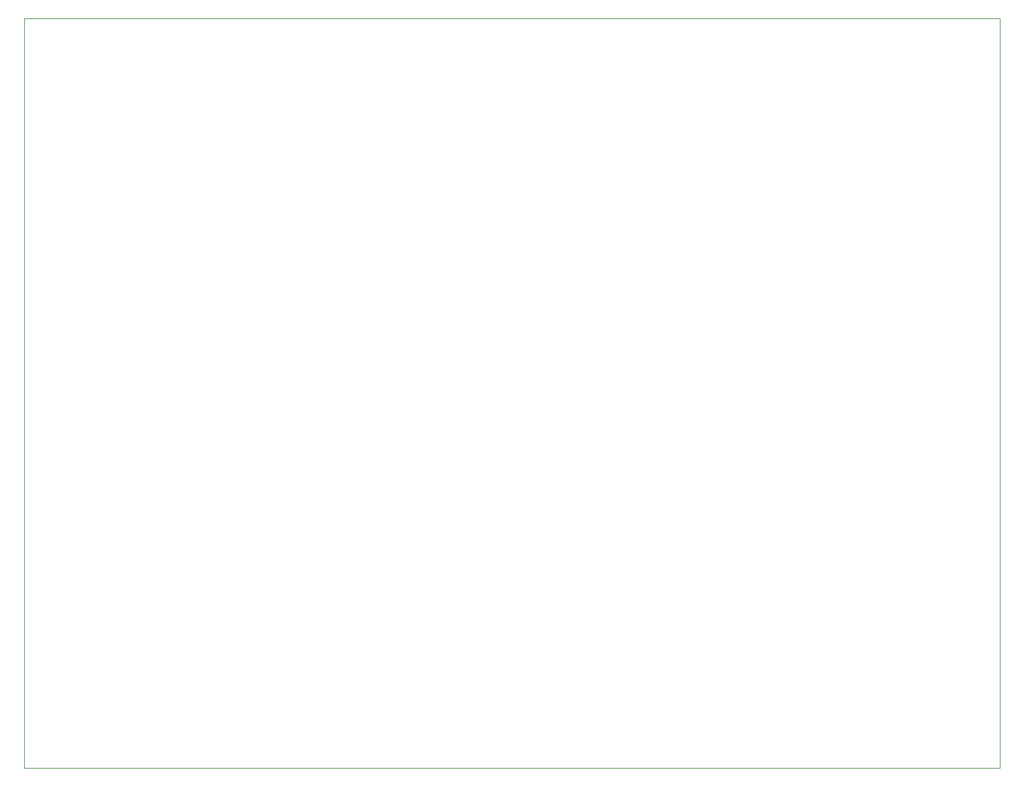
<source format=gbr>
%FSLAX34Y34*%
%MOMM*%
%LNOUTLINE*%
G71*
G01*
%ADD10C,0.000*%
%LPD*%
G54D10*
X98Y1000021D02*
X1300098Y1000021D01*
X1300098Y21D01*
X98Y21D01*
X98Y1000021D01*
M02*

</source>
